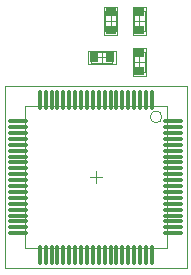
<source format=gtp>
G04 Layer_Color=8421504*
%FSLAX25Y25*%
%MOIN*%
G70*
G01*
G75*
%ADD10R,0.03543X0.02756*%
%ADD11O,0.06890X0.01181*%
%ADD12O,0.01181X0.06890*%
%ADD13R,0.03150X0.03543*%
%ADD16C,0.00394*%
%ADD17C,0.00197*%
D10*
X174500Y124406D02*
D03*
Y118500D02*
D03*
X184000Y118500D02*
D03*
Y124406D02*
D03*
X184000Y110906D02*
D03*
Y105000D02*
D03*
D11*
X195386Y88154D02*
D03*
Y86185D02*
D03*
Y84217D02*
D03*
Y82248D02*
D03*
Y80280D02*
D03*
Y78311D02*
D03*
Y76343D02*
D03*
Y74374D02*
D03*
Y72406D02*
D03*
Y70437D02*
D03*
Y68469D02*
D03*
Y66500D02*
D03*
Y64531D02*
D03*
Y62563D02*
D03*
Y60594D02*
D03*
Y58626D02*
D03*
Y56657D02*
D03*
Y54689D02*
D03*
Y52720D02*
D03*
Y50752D02*
D03*
X143614D02*
D03*
Y52720D02*
D03*
Y54689D02*
D03*
Y56657D02*
D03*
Y58626D02*
D03*
Y60594D02*
D03*
Y62563D02*
D03*
Y64531D02*
D03*
Y66500D02*
D03*
Y68469D02*
D03*
Y70437D02*
D03*
Y72406D02*
D03*
Y74374D02*
D03*
Y76343D02*
D03*
Y78311D02*
D03*
Y80280D02*
D03*
Y82248D02*
D03*
Y84217D02*
D03*
Y86185D02*
D03*
Y88154D02*
D03*
D12*
X188201Y43567D02*
D03*
X186232D02*
D03*
X184264D02*
D03*
X182295D02*
D03*
X180327D02*
D03*
X178358D02*
D03*
X176390D02*
D03*
X174421D02*
D03*
X172453D02*
D03*
X170484D02*
D03*
X168516D02*
D03*
X166547D02*
D03*
X164579D02*
D03*
X162610D02*
D03*
X160642D02*
D03*
X158673D02*
D03*
X156705D02*
D03*
X154736D02*
D03*
X152768D02*
D03*
X150799D02*
D03*
Y95339D02*
D03*
X152768D02*
D03*
X154736D02*
D03*
X156705D02*
D03*
X158673D02*
D03*
X160642D02*
D03*
X162610D02*
D03*
X164579D02*
D03*
X166547D02*
D03*
X168516D02*
D03*
X170484D02*
D03*
X172453D02*
D03*
X174421D02*
D03*
X176390D02*
D03*
X178358D02*
D03*
X180327D02*
D03*
X182295D02*
D03*
X184264D02*
D03*
X186232D02*
D03*
X188201D02*
D03*
D13*
X174256Y109453D02*
D03*
X168744D02*
D03*
D16*
X191547Y89531D02*
G03*
X191547Y89531I-1969J0D01*
G01*
X176370Y118106D02*
Y124799D01*
X172630Y118106D02*
Y124799D01*
X176370D01*
X172630Y118106D02*
X176370D01*
X145878Y45831D02*
Y93075D01*
X193122Y45831D02*
Y93075D01*
X145878Y45831D02*
X193122D01*
X145878Y93075D02*
X193122D01*
X168055Y107583D02*
X174945D01*
X168055Y111323D02*
X174945D01*
Y107583D02*
Y111323D01*
X168055Y107583D02*
Y111323D01*
X182130Y118106D02*
Y124799D01*
X185870Y118106D02*
Y124799D01*
X182130Y118106D02*
X185870D01*
X182130Y124799D02*
X185870D01*
X185870Y104606D02*
Y111299D01*
X182130Y104606D02*
Y111299D01*
X185870D01*
X182130Y104606D02*
X185870D01*
X172630Y121453D02*
X176370D01*
X174500Y119583D02*
Y123323D01*
X176665Y116728D02*
Y126177D01*
X172335Y116728D02*
Y126177D01*
X176665D01*
X172335Y116728D02*
X176665D01*
X167532Y69453D02*
X171469D01*
X169500Y67484D02*
Y71421D01*
X171500Y107583D02*
Y111323D01*
X169630Y109453D02*
X173370D01*
X166776Y107287D02*
X176225D01*
X166776Y111618D02*
X176225D01*
Y107287D02*
Y111618D01*
X166776Y107287D02*
Y111618D01*
X182130Y121453D02*
X185870D01*
X184000Y119583D02*
Y123323D01*
X181835Y116728D02*
Y126177D01*
X186165Y116728D02*
Y126177D01*
X181835Y116728D02*
X186165D01*
X181835Y126177D02*
X186165D01*
X182130Y107953D02*
X185870D01*
X184000Y106083D02*
Y109823D01*
X186165Y103228D02*
Y112677D01*
X181835Y103228D02*
Y112677D01*
X186165D01*
X181835Y103228D02*
X186165D01*
D17*
X139185Y39138D02*
Y99768D01*
X199815Y39138D02*
Y99768D01*
X139185Y39138D02*
X199815D01*
X139185Y99768D02*
X199815D01*
M02*

</source>
